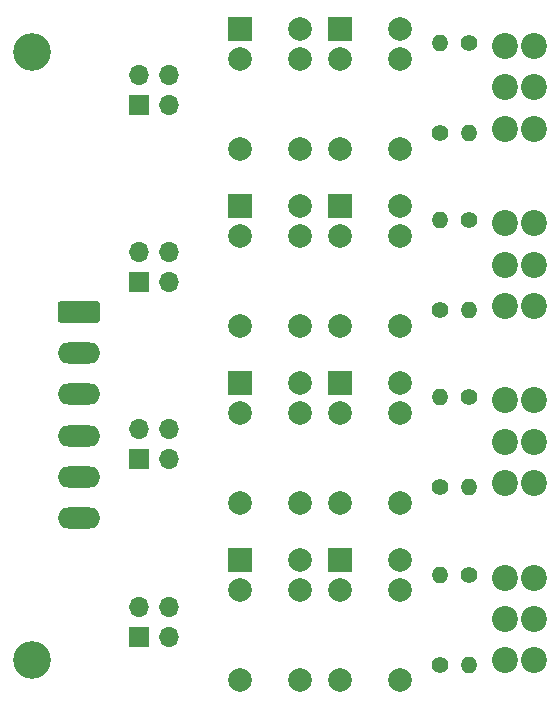
<source format=gbr>
%TF.GenerationSoftware,KiCad,Pcbnew,8.0.5*%
%TF.CreationDate,2025-06-13T10:46:21+02:00*%
%TF.ProjectId,elektroFrogExtensionTHT,656c656b-7472-46f4-9672-6f6745787465,rev?*%
%TF.SameCoordinates,Original*%
%TF.FileFunction,Soldermask,Top*%
%TF.FilePolarity,Negative*%
%FSLAX46Y46*%
G04 Gerber Fmt 4.6, Leading zero omitted, Abs format (unit mm)*
G04 Created by KiCad (PCBNEW 8.0.5) date 2025-06-13 10:46:21*
%MOMM*%
%LPD*%
G01*
G04 APERTURE LIST*
G04 Aperture macros list*
%AMRoundRect*
0 Rectangle with rounded corners*
0 $1 Rounding radius*
0 $2 $3 $4 $5 $6 $7 $8 $9 X,Y pos of 4 corners*
0 Add a 4 corners polygon primitive as box body*
4,1,4,$2,$3,$4,$5,$6,$7,$8,$9,$2,$3,0*
0 Add four circle primitives for the rounded corners*
1,1,$1+$1,$2,$3*
1,1,$1+$1,$4,$5*
1,1,$1+$1,$6,$7*
1,1,$1+$1,$8,$9*
0 Add four rect primitives between the rounded corners*
20,1,$1+$1,$2,$3,$4,$5,0*
20,1,$1+$1,$4,$5,$6,$7,0*
20,1,$1+$1,$6,$7,$8,$9,0*
20,1,$1+$1,$8,$9,$2,$3,0*%
G04 Aperture macros list end*
%ADD10R,2.000000X2.000000*%
%ADD11C,2.000000*%
%ADD12C,2.200000*%
%ADD13C,1.400000*%
%ADD14O,1.400000X1.400000*%
%ADD15R,1.700000X1.700000*%
%ADD16O,1.700000X1.700000*%
%ADD17RoundRect,0.250000X-1.550000X0.650000X-1.550000X-0.650000X1.550000X-0.650000X1.550000X0.650000X0*%
%ADD18O,3.600000X1.800000*%
%ADD19C,3.200000*%
G04 APERTURE END LIST*
D10*
%TO.C,K6*%
X214092500Y-108542500D03*
D11*
X214092500Y-111082500D03*
X214092500Y-118702500D03*
X219172500Y-118702500D03*
X219172500Y-111082500D03*
X219172500Y-108542500D03*
%TD*%
D12*
%TO.C,J702*%
X236500000Y-125000000D03*
X239000000Y-125000000D03*
X236500000Y-128500000D03*
X239000000Y-128500000D03*
X236500000Y-132000000D03*
X239000000Y-132000000D03*
%TD*%
D10*
%TO.C,K5*%
X222592500Y-108542500D03*
D11*
X222592500Y-111082500D03*
X222592500Y-118702500D03*
X227672500Y-118702500D03*
X227672500Y-111082500D03*
X227672500Y-108542500D03*
%TD*%
D13*
%TO.C,R302*%
X231000000Y-102376000D03*
D14*
X231000000Y-94756000D03*
%TD*%
D10*
%TO.C,K4*%
X214092500Y-93542500D03*
D11*
X214092500Y-96082500D03*
X214092500Y-103702500D03*
X219172500Y-103702500D03*
X219172500Y-96082500D03*
X219172500Y-93542500D03*
%TD*%
D15*
%TO.C,J701*%
X205500000Y-130000000D03*
D16*
X205500000Y-127460000D03*
X208040000Y-130000000D03*
X208040000Y-127460000D03*
%TD*%
D13*
%TO.C,R701*%
X233500000Y-124756000D03*
D14*
X233500000Y-132376000D03*
%TD*%
D17*
%TO.C,J401*%
X200432500Y-102500000D03*
D18*
X200432500Y-106000000D03*
X200432500Y-109500000D03*
X200432500Y-113000000D03*
X200432500Y-116500000D03*
X200432500Y-120000000D03*
%TD*%
D13*
%TO.C,R501*%
X233500000Y-109756000D03*
D14*
X233500000Y-117376000D03*
%TD*%
D19*
%TO.C,REF\u002A\u002A*%
X196500000Y-132000000D03*
%TD*%
D13*
%TO.C,R202*%
X231000000Y-87376000D03*
D14*
X231000000Y-79756000D03*
%TD*%
D10*
%TO.C,K3*%
X222592500Y-93542500D03*
D11*
X222592500Y-96082500D03*
X222592500Y-103702500D03*
X227672500Y-103702500D03*
X227672500Y-96082500D03*
X227672500Y-93542500D03*
%TD*%
D13*
%TO.C,R301*%
X233500000Y-94756000D03*
D14*
X233500000Y-102376000D03*
%TD*%
D15*
%TO.C,J501*%
X205500000Y-115000000D03*
D16*
X205500000Y-112460000D03*
X208040000Y-115000000D03*
X208040000Y-112460000D03*
%TD*%
D10*
%TO.C,K8*%
X214092500Y-123542500D03*
D11*
X214092500Y-126082500D03*
X214092500Y-133702500D03*
X219172500Y-133702500D03*
X219172500Y-126082500D03*
X219172500Y-123542500D03*
%TD*%
D10*
%TO.C,K2*%
X214092500Y-78542500D03*
D11*
X214092500Y-81082500D03*
X214092500Y-88702500D03*
X219172500Y-88702500D03*
X219172500Y-81082500D03*
X219172500Y-78542500D03*
%TD*%
D19*
%TO.C,REF\u002A\u002A*%
X196500000Y-80500000D03*
%TD*%
D10*
%TO.C,K1*%
X222592500Y-78542500D03*
D11*
X222592500Y-81082500D03*
X222592500Y-88702500D03*
X227672500Y-88702500D03*
X227672500Y-81082500D03*
X227672500Y-78542500D03*
%TD*%
D12*
%TO.C,J302*%
X236500000Y-95000000D03*
X239000000Y-95000000D03*
X236500000Y-98500000D03*
X239000000Y-98500000D03*
X236500000Y-102000000D03*
X239000000Y-102000000D03*
%TD*%
D10*
%TO.C,K7*%
X222592500Y-123542500D03*
D11*
X222592500Y-126082500D03*
X222592500Y-133702500D03*
X227672500Y-133702500D03*
X227672500Y-126082500D03*
X227672500Y-123542500D03*
%TD*%
D15*
%TO.C,J201*%
X205500000Y-85000000D03*
D16*
X205500000Y-82460000D03*
X208040000Y-85000000D03*
X208040000Y-82460000D03*
%TD*%
D15*
%TO.C,J301*%
X205500000Y-100000000D03*
D16*
X205500000Y-97460000D03*
X208040000Y-100000000D03*
X208040000Y-97460000D03*
%TD*%
D12*
%TO.C,J502*%
X236500000Y-110000000D03*
X239000000Y-110000000D03*
X236500000Y-113500000D03*
X239000000Y-113500000D03*
X236500000Y-117000000D03*
X239000000Y-117000000D03*
%TD*%
D13*
%TO.C,R201*%
X233500000Y-79756000D03*
D14*
X233500000Y-87376000D03*
%TD*%
D13*
%TO.C,R502*%
X231000000Y-117376000D03*
D14*
X231000000Y-109756000D03*
%TD*%
D12*
%TO.C,J202*%
X236500000Y-80000000D03*
X239000000Y-80000000D03*
X236500000Y-83500000D03*
X239000000Y-83500000D03*
X236500000Y-87000000D03*
X239000000Y-87000000D03*
%TD*%
D13*
%TO.C,R702*%
X231000000Y-132376000D03*
D14*
X231000000Y-124756000D03*
%TD*%
M02*

</source>
